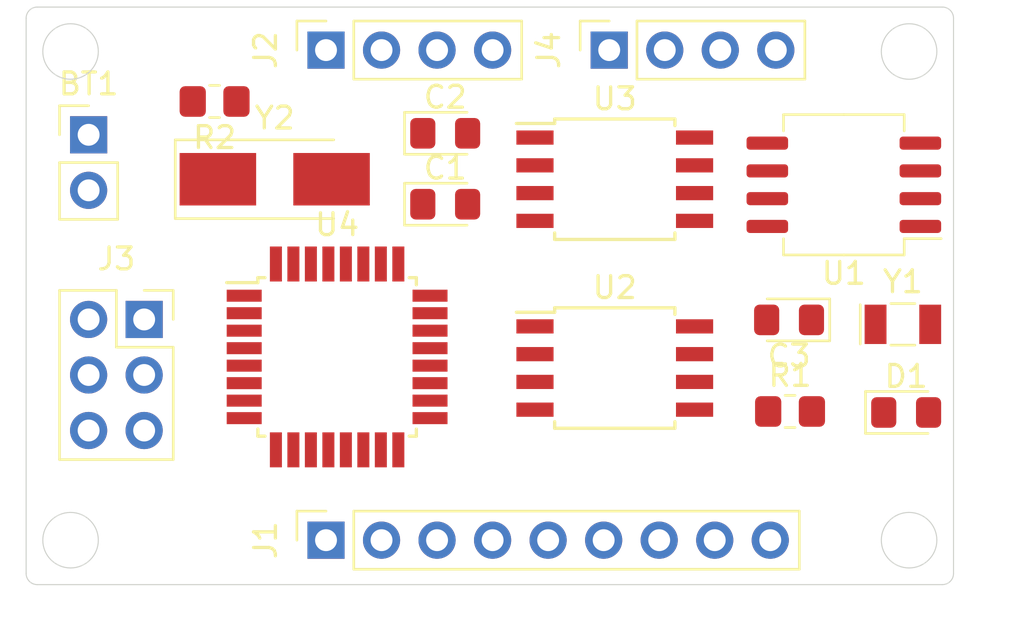
<source format=kicad_pcb>
(kicad_pcb (version 20171130) (host pcbnew "(5.1.9)-1")

  (general
    (thickness 1.6)
    (drawings 12)
    (tracks 0)
    (zones 0)
    (modules 17)
    (nets 32)
  )

  (page A4)
  (title_block
    (title "Battery-Powered Arduino Clone with Clock and Extended EEPROM")
    (date 2022-01-03)
    (rev 1)
    (comment 1 "Designed by Michael Ly")
    (comment 2 github.com/Michael-Q-Ly)
  )

  (layers
    (0 F.Cu signal)
    (31 B.Cu mixed)
    (32 B.Adhes user)
    (33 F.Adhes user)
    (34 B.Paste user)
    (35 F.Paste user)
    (36 B.SilkS user)
    (37 F.SilkS user)
    (38 B.Mask user)
    (39 F.Mask user)
    (40 Dwgs.User user)
    (41 Cmts.User user)
    (42 Eco1.User user)
    (43 Eco2.User user)
    (44 Edge.Cuts user)
    (45 Margin user)
    (46 B.CrtYd user)
    (47 F.CrtYd user)
    (48 B.Fab user)
    (49 F.Fab user)
  )

  (setup
    (last_trace_width 0.25)
    (user_trace_width 0.3)
    (trace_clearance 0.2)
    (zone_clearance 0.508)
    (zone_45_only no)
    (trace_min 0.2)
    (via_size 0.8)
    (via_drill 0.4)
    (via_min_size 0.4)
    (via_min_drill 0.3)
    (user_via 1 0.6)
    (uvia_size 0.3)
    (uvia_drill 0.1)
    (uvias_allowed no)
    (uvia_min_size 0.2)
    (uvia_min_drill 0.1)
    (edge_width 0.05)
    (segment_width 0.2)
    (pcb_text_width 0.3)
    (pcb_text_size 1.5 1.5)
    (mod_edge_width 0.12)
    (mod_text_size 1 1)
    (mod_text_width 0.15)
    (pad_size 1.524 1.524)
    (pad_drill 0.762)
    (pad_to_mask_clearance 0)
    (aux_axis_origin 0 0)
    (visible_elements 7FFFFFFF)
    (pcbplotparams
      (layerselection 0x010fc_ffffffff)
      (usegerberextensions false)
      (usegerberattributes true)
      (usegerberadvancedattributes true)
      (creategerberjobfile true)
      (excludeedgelayer true)
      (linewidth 0.100000)
      (plotframeref false)
      (viasonmask false)
      (mode 1)
      (useauxorigin false)
      (hpglpennumber 1)
      (hpglpenspeed 20)
      (hpglpendiameter 15.000000)
      (psnegative false)
      (psa4output false)
      (plotreference true)
      (plotvalue true)
      (plotinvisibletext false)
      (padsonsilk false)
      (subtractmaskfromsilk false)
      (outputformat 1)
      (mirror false)
      (drillshape 1)
      (scaleselection 1)
      (outputdirectory ""))
  )

  (net 0 "")
  (net 1 GNDPWR)
  (net 2 "Net-(C1-Pad1)")
  (net 3 "Net-(C2-Pad1)")
  (net 4 "Net-(D1-Pad1)")
  (net 5 "Net-(D1-Pad2)")
  (net 6 /D2)
  (net 7 /D3)
  (net 8 /D4)
  (net 9 /D5)
  (net 10 /D6)
  (net 11 /D7)
  (net 12 /D8)
  (net 13 /TX)
  (net 14 /RX)
  (net 15 /CIPO)
  (net 16 /SCK)
  (net 17 /COPI)
  (net 18 /RESET)
  (net 19 /SDA)
  (net 20 "Net-(U1-Pad1)")
  (net 21 "Net-(U1-Pad2)")
  (net 22 "Net-(U1-Pad7)")
  (net 23 /ADDR2)
  (net 24 /ADDR1)
  (net 25 "Net-(U4-Pad13)")
  (net 26 "Net-(U4-Pad14)")
  (net 27 "Net-(U4-Pad19)")
  (net 28 "Net-(U4-Pad22)")
  (net 29 "Net-(U4-Pad25)")
  (net 30 "Net-(U4-Pad28)")
  (net 31 /Vcc)

  (net_class Default "This is the default net class."
    (clearance 0.2)
    (trace_width 0.25)
    (via_dia 0.8)
    (via_drill 0.4)
    (uvia_dia 0.3)
    (uvia_drill 0.1)
    (add_net /ADDR1)
    (add_net /ADDR2)
    (add_net /CIPO)
    (add_net /COPI)
    (add_net /D2)
    (add_net /D3)
    (add_net /D4)
    (add_net /D5)
    (add_net /D6)
    (add_net /D7)
    (add_net /D8)
    (add_net /RESET)
    (add_net /RX)
    (add_net /SCK)
    (add_net /SDA)
    (add_net /TX)
    (add_net "Net-(C1-Pad1)")
    (add_net "Net-(C2-Pad1)")
    (add_net "Net-(D1-Pad1)")
    (add_net "Net-(D1-Pad2)")
    (add_net "Net-(U1-Pad1)")
    (add_net "Net-(U1-Pad2)")
    (add_net "Net-(U1-Pad7)")
    (add_net "Net-(U4-Pad13)")
    (add_net "Net-(U4-Pad14)")
    (add_net "Net-(U4-Pad19)")
    (add_net "Net-(U4-Pad22)")
    (add_net "Net-(U4-Pad25)")
    (add_net "Net-(U4-Pad28)")
  )

  (net_class PWR ""
    (clearance 0.2)
    (trace_width 0.3)
    (via_dia 1)
    (via_drill 0.6)
    (uvia_dia 0.3)
    (uvia_drill 0.1)
    (add_net /Vcc)
    (add_net GNDPWR)
  )

  (module Connector_PinHeader_2.54mm:PinHeader_1x02_P2.54mm_Vertical (layer F.Cu) (tedit 59FED5CC) (tstamp 61D3E7F2)
    (at 205.55 107.696)
    (descr "Through hole straight pin header, 1x02, 2.54mm pitch, single row")
    (tags "Through hole pin header THT 1x02 2.54mm single row")
    (path /61D22E5D)
    (fp_text reference BT1 (at 0 -2.33) (layer F.SilkS)
      (effects (font (size 1 1) (thickness 0.15)))
    )
    (fp_text value "Battery 3V" (at 0 4.87) (layer F.Fab)
      (effects (font (size 1 1) (thickness 0.15)))
    )
    (fp_line (start -0.635 -1.27) (end 1.27 -1.27) (layer F.Fab) (width 0.1))
    (fp_line (start 1.27 -1.27) (end 1.27 3.81) (layer F.Fab) (width 0.1))
    (fp_line (start 1.27 3.81) (end -1.27 3.81) (layer F.Fab) (width 0.1))
    (fp_line (start -1.27 3.81) (end -1.27 -0.635) (layer F.Fab) (width 0.1))
    (fp_line (start -1.27 -0.635) (end -0.635 -1.27) (layer F.Fab) (width 0.1))
    (fp_line (start -1.33 3.87) (end 1.33 3.87) (layer F.SilkS) (width 0.12))
    (fp_line (start -1.33 1.27) (end -1.33 3.87) (layer F.SilkS) (width 0.12))
    (fp_line (start 1.33 1.27) (end 1.33 3.87) (layer F.SilkS) (width 0.12))
    (fp_line (start -1.33 1.27) (end 1.33 1.27) (layer F.SilkS) (width 0.12))
    (fp_line (start -1.33 0) (end -1.33 -1.33) (layer F.SilkS) (width 0.12))
    (fp_line (start -1.33 -1.33) (end 0 -1.33) (layer F.SilkS) (width 0.12))
    (fp_line (start -1.8 -1.8) (end -1.8 4.35) (layer F.CrtYd) (width 0.05))
    (fp_line (start -1.8 4.35) (end 1.8 4.35) (layer F.CrtYd) (width 0.05))
    (fp_line (start 1.8 4.35) (end 1.8 -1.8) (layer F.CrtYd) (width 0.05))
    (fp_line (start 1.8 -1.8) (end -1.8 -1.8) (layer F.CrtYd) (width 0.05))
    (fp_text user %R (at 0 1.27 90) (layer F.Fab)
      (effects (font (size 1 1) (thickness 0.15)))
    )
    (pad 1 thru_hole rect (at 0 0) (size 1.7 1.7) (drill 1) (layers *.Cu *.Mask)
      (net 31 /Vcc))
    (pad 2 thru_hole oval (at 0 2.54) (size 1.7 1.7) (drill 1) (layers *.Cu *.Mask)
      (net 1 GNDPWR))
    (model ${KISYS3DMOD}/Connector_PinHeader_2.54mm.3dshapes/PinHeader_1x02_P2.54mm_Vertical.wrl
      (at (xyz 0 0 0))
      (scale (xyz 1 1 1))
      (rotate (xyz 0 0 0))
    )
  )

  (module Diode_SMD:D_0805_2012Metric_Pad1.15x1.40mm_HandSolder (layer F.Cu) (tedit 5F68FEF0) (tstamp 61D399B3)
    (at 221.86 110.871)
    (descr "Diode SMD 0805 (2012 Metric), square (rectangular) end terminal, IPC_7351 nominal, (Body size source: https://docs.google.com/spreadsheets/d/1BsfQQcO9C6DZCsRaXUlFlo91Tg2WpOkGARC1WS5S8t0/edit?usp=sharing), generated with kicad-footprint-generator")
    (tags "diode handsolder")
    (path /61D244B0)
    (attr smd)
    (fp_text reference C1 (at 0 -1.65) (layer F.SilkS)
      (effects (font (size 1 1) (thickness 0.15)))
    )
    (fp_text value 22pF (at 0 1.65) (layer F.Fab)
      (effects (font (size 1 1) (thickness 0.15)))
    )
    (fp_line (start 1 -0.6) (end -0.7 -0.6) (layer F.Fab) (width 0.1))
    (fp_line (start -0.7 -0.6) (end -1 -0.3) (layer F.Fab) (width 0.1))
    (fp_line (start -1 -0.3) (end -1 0.6) (layer F.Fab) (width 0.1))
    (fp_line (start -1 0.6) (end 1 0.6) (layer F.Fab) (width 0.1))
    (fp_line (start 1 0.6) (end 1 -0.6) (layer F.Fab) (width 0.1))
    (fp_line (start 1 -0.96) (end -1.86 -0.96) (layer F.SilkS) (width 0.12))
    (fp_line (start -1.86 -0.96) (end -1.86 0.96) (layer F.SilkS) (width 0.12))
    (fp_line (start -1.86 0.96) (end 1 0.96) (layer F.SilkS) (width 0.12))
    (fp_line (start -1.85 0.95) (end -1.85 -0.95) (layer F.CrtYd) (width 0.05))
    (fp_line (start -1.85 -0.95) (end 1.85 -0.95) (layer F.CrtYd) (width 0.05))
    (fp_line (start 1.85 -0.95) (end 1.85 0.95) (layer F.CrtYd) (width 0.05))
    (fp_line (start 1.85 0.95) (end -1.85 0.95) (layer F.CrtYd) (width 0.05))
    (fp_text user %R (at 0 0) (layer F.Fab)
      (effects (font (size 0.5 0.5) (thickness 0.08)))
    )
    (pad 1 smd roundrect (at -1.025 0) (size 1.15 1.4) (layers F.Cu F.Paste F.Mask) (roundrect_rratio 0.217391)
      (net 2 "Net-(C1-Pad1)"))
    (pad 2 smd roundrect (at 1.025 0) (size 1.15 1.4) (layers F.Cu F.Paste F.Mask) (roundrect_rratio 0.217391)
      (net 1 GNDPWR))
    (model ${KISYS3DMOD}/Diode_SMD.3dshapes/D_0805_2012Metric.wrl
      (at (xyz 0 0 0))
      (scale (xyz 1 1 1))
      (rotate (xyz 0 0 0))
    )
  )

  (module Diode_SMD:D_0805_2012Metric_Pad1.15x1.40mm_HandSolder (layer F.Cu) (tedit 5F68FEF0) (tstamp 61D399C6)
    (at 221.86 107.627)
    (descr "Diode SMD 0805 (2012 Metric), square (rectangular) end terminal, IPC_7351 nominal, (Body size source: https://docs.google.com/spreadsheets/d/1BsfQQcO9C6DZCsRaXUlFlo91Tg2WpOkGARC1WS5S8t0/edit?usp=sharing), generated with kicad-footprint-generator")
    (tags "diode handsolder")
    (path /61D24B04)
    (attr smd)
    (fp_text reference C2 (at 0 -1.65) (layer F.SilkS)
      (effects (font (size 1 1) (thickness 0.15)))
    )
    (fp_text value 22pF (at 0 1.65) (layer F.Fab)
      (effects (font (size 1 1) (thickness 0.15)))
    )
    (fp_line (start 1.85 0.95) (end -1.85 0.95) (layer F.CrtYd) (width 0.05))
    (fp_line (start 1.85 -0.95) (end 1.85 0.95) (layer F.CrtYd) (width 0.05))
    (fp_line (start -1.85 -0.95) (end 1.85 -0.95) (layer F.CrtYd) (width 0.05))
    (fp_line (start -1.85 0.95) (end -1.85 -0.95) (layer F.CrtYd) (width 0.05))
    (fp_line (start -1.86 0.96) (end 1 0.96) (layer F.SilkS) (width 0.12))
    (fp_line (start -1.86 -0.96) (end -1.86 0.96) (layer F.SilkS) (width 0.12))
    (fp_line (start 1 -0.96) (end -1.86 -0.96) (layer F.SilkS) (width 0.12))
    (fp_line (start 1 0.6) (end 1 -0.6) (layer F.Fab) (width 0.1))
    (fp_line (start -1 0.6) (end 1 0.6) (layer F.Fab) (width 0.1))
    (fp_line (start -1 -0.3) (end -1 0.6) (layer F.Fab) (width 0.1))
    (fp_line (start -0.7 -0.6) (end -1 -0.3) (layer F.Fab) (width 0.1))
    (fp_line (start 1 -0.6) (end -0.7 -0.6) (layer F.Fab) (width 0.1))
    (fp_text user %R (at 0 0) (layer F.Fab)
      (effects (font (size 0.5 0.5) (thickness 0.08)))
    )
    (pad 2 smd roundrect (at 1.025 0) (size 1.15 1.4) (layers F.Cu F.Paste F.Mask) (roundrect_rratio 0.217391)
      (net 1 GNDPWR))
    (pad 1 smd roundrect (at -1.025 0) (size 1.15 1.4) (layers F.Cu F.Paste F.Mask) (roundrect_rratio 0.217391)
      (net 3 "Net-(C2-Pad1)"))
    (model ${KISYS3DMOD}/Diode_SMD.3dshapes/D_0805_2012Metric.wrl
      (at (xyz 0 0 0))
      (scale (xyz 1 1 1))
      (rotate (xyz 0 0 0))
    )
  )

  (module Diode_SMD:D_0805_2012Metric_Pad1.15x1.40mm_HandSolder (layer F.Cu) (tedit 5F68FEF0) (tstamp 61D4AD70)
    (at 237.588 116.162 180)
    (descr "Diode SMD 0805 (2012 Metric), square (rectangular) end terminal, IPC_7351 nominal, (Body size source: https://docs.google.com/spreadsheets/d/1BsfQQcO9C6DZCsRaXUlFlo91Tg2WpOkGARC1WS5S8t0/edit?usp=sharing), generated with kicad-footprint-generator")
    (tags "diode handsolder")
    (path /61D25462)
    (attr smd)
    (fp_text reference C3 (at 0 -1.65) (layer F.SilkS)
      (effects (font (size 1 1) (thickness 0.15)))
    )
    (fp_text value 10uF (at 0 1.65) (layer F.Fab)
      (effects (font (size 1 1) (thickness 0.15)))
    )
    (fp_line (start 1 -0.6) (end -0.7 -0.6) (layer F.Fab) (width 0.1))
    (fp_line (start -0.7 -0.6) (end -1 -0.3) (layer F.Fab) (width 0.1))
    (fp_line (start -1 -0.3) (end -1 0.6) (layer F.Fab) (width 0.1))
    (fp_line (start -1 0.6) (end 1 0.6) (layer F.Fab) (width 0.1))
    (fp_line (start 1 0.6) (end 1 -0.6) (layer F.Fab) (width 0.1))
    (fp_line (start 1 -0.96) (end -1.86 -0.96) (layer F.SilkS) (width 0.12))
    (fp_line (start -1.86 -0.96) (end -1.86 0.96) (layer F.SilkS) (width 0.12))
    (fp_line (start -1.86 0.96) (end 1 0.96) (layer F.SilkS) (width 0.12))
    (fp_line (start -1.85 0.95) (end -1.85 -0.95) (layer F.CrtYd) (width 0.05))
    (fp_line (start -1.85 -0.95) (end 1.85 -0.95) (layer F.CrtYd) (width 0.05))
    (fp_line (start 1.85 -0.95) (end 1.85 0.95) (layer F.CrtYd) (width 0.05))
    (fp_line (start 1.85 0.95) (end -1.85 0.95) (layer F.CrtYd) (width 0.05))
    (fp_text user %R (at 0 0) (layer F.Fab)
      (effects (font (size 0.5 0.5) (thickness 0.08)))
    )
    (pad 1 smd roundrect (at -1.025 0 180) (size 1.15 1.4) (layers F.Cu F.Paste F.Mask) (roundrect_rratio 0.217391)
      (net 31 /Vcc))
    (pad 2 smd roundrect (at 1.025 0 180) (size 1.15 1.4) (layers F.Cu F.Paste F.Mask) (roundrect_rratio 0.217391)
      (net 1 GNDPWR))
    (model ${KISYS3DMOD}/Diode_SMD.3dshapes/D_0805_2012Metric.wrl
      (at (xyz 0 0 0))
      (scale (xyz 1 1 1))
      (rotate (xyz 0 0 0))
    )
  )

  (module LED_SMD:LED_0805_2012Metric_Pad1.15x1.40mm_HandSolder (layer F.Cu) (tedit 5F68FEF1) (tstamp 61D46B4D)
    (at 242.944 120.396)
    (descr "LED SMD 0805 (2012 Metric), square (rectangular) end terminal, IPC_7351 nominal, (Body size source: https://docs.google.com/spreadsheets/d/1BsfQQcO9C6DZCsRaXUlFlo91Tg2WpOkGARC1WS5S8t0/edit?usp=sharing), generated with kicad-footprint-generator")
    (tags "LED handsolder")
    (path /61D23F53)
    (attr smd)
    (fp_text reference D1 (at 0 -1.65) (layer F.SilkS)
      (effects (font (size 1 1) (thickness 0.15)))
    )
    (fp_text value LED (at 0 1.65) (layer F.Fab)
      (effects (font (size 1 1) (thickness 0.15)))
    )
    (fp_line (start 1 -0.6) (end -0.7 -0.6) (layer F.Fab) (width 0.1))
    (fp_line (start -0.7 -0.6) (end -1 -0.3) (layer F.Fab) (width 0.1))
    (fp_line (start -1 -0.3) (end -1 0.6) (layer F.Fab) (width 0.1))
    (fp_line (start -1 0.6) (end 1 0.6) (layer F.Fab) (width 0.1))
    (fp_line (start 1 0.6) (end 1 -0.6) (layer F.Fab) (width 0.1))
    (fp_line (start 1 -0.96) (end -1.86 -0.96) (layer F.SilkS) (width 0.12))
    (fp_line (start -1.86 -0.96) (end -1.86 0.96) (layer F.SilkS) (width 0.12))
    (fp_line (start -1.86 0.96) (end 1 0.96) (layer F.SilkS) (width 0.12))
    (fp_line (start -1.85 0.95) (end -1.85 -0.95) (layer F.CrtYd) (width 0.05))
    (fp_line (start -1.85 -0.95) (end 1.85 -0.95) (layer F.CrtYd) (width 0.05))
    (fp_line (start 1.85 -0.95) (end 1.85 0.95) (layer F.CrtYd) (width 0.05))
    (fp_line (start 1.85 0.95) (end -1.85 0.95) (layer F.CrtYd) (width 0.05))
    (fp_text user %R (at 0 0) (layer F.Fab)
      (effects (font (size 0.5 0.5) (thickness 0.08)))
    )
    (pad 1 smd roundrect (at -1.025 0) (size 1.15 1.4) (layers F.Cu F.Paste F.Mask) (roundrect_rratio 0.217391)
      (net 4 "Net-(D1-Pad1)"))
    (pad 2 smd roundrect (at 1.025 0) (size 1.15 1.4) (layers F.Cu F.Paste F.Mask) (roundrect_rratio 0.217391)
      (net 5 "Net-(D1-Pad2)"))
    (model ${KISYS3DMOD}/LED_SMD.3dshapes/LED_0805_2012Metric.wrl
      (at (xyz 0 0 0))
      (scale (xyz 1 1 1))
      (rotate (xyz 0 0 0))
    )
  )

  (module Connector_PinSocket_2.54mm:PinSocket_1x09_P2.54mm_Vertical (layer F.Cu) (tedit 5A19A431) (tstamp 61D3A22C)
    (at 216.408 126.238 90)
    (descr "Through hole straight socket strip, 1x09, 2.54mm pitch, single row (from Kicad 4.0.7), script generated")
    (tags "Through hole socket strip THT 1x09 2.54mm single row")
    (path /61D27AD2/61D286F6)
    (fp_text reference J1 (at 0 -2.77 90) (layer F.SilkS)
      (effects (font (size 1 1) (thickness 0.15)))
    )
    (fp_text value "Digital Pins" (at 0 23.09 90) (layer F.Fab)
      (effects (font (size 1 1) (thickness 0.15)))
    )
    (fp_line (start -1.27 -1.27) (end 0.635 -1.27) (layer F.Fab) (width 0.1))
    (fp_line (start 0.635 -1.27) (end 1.27 -0.635) (layer F.Fab) (width 0.1))
    (fp_line (start 1.27 -0.635) (end 1.27 21.59) (layer F.Fab) (width 0.1))
    (fp_line (start 1.27 21.59) (end -1.27 21.59) (layer F.Fab) (width 0.1))
    (fp_line (start -1.27 21.59) (end -1.27 -1.27) (layer F.Fab) (width 0.1))
    (fp_line (start -1.33 1.27) (end 1.33 1.27) (layer F.SilkS) (width 0.12))
    (fp_line (start -1.33 1.27) (end -1.33 21.65) (layer F.SilkS) (width 0.12))
    (fp_line (start -1.33 21.65) (end 1.33 21.65) (layer F.SilkS) (width 0.12))
    (fp_line (start 1.33 1.27) (end 1.33 21.65) (layer F.SilkS) (width 0.12))
    (fp_line (start 1.33 -1.33) (end 1.33 0) (layer F.SilkS) (width 0.12))
    (fp_line (start 0 -1.33) (end 1.33 -1.33) (layer F.SilkS) (width 0.12))
    (fp_line (start -1.8 -1.8) (end 1.75 -1.8) (layer F.CrtYd) (width 0.05))
    (fp_line (start 1.75 -1.8) (end 1.75 22.1) (layer F.CrtYd) (width 0.05))
    (fp_line (start 1.75 22.1) (end -1.8 22.1) (layer F.CrtYd) (width 0.05))
    (fp_line (start -1.8 22.1) (end -1.8 -1.8) (layer F.CrtYd) (width 0.05))
    (fp_text user %R (at 0 10.16) (layer F.Fab)
      (effects (font (size 1 1) (thickness 0.15)))
    )
    (pad 1 thru_hole rect (at 0 0 90) (size 1.7 1.7) (drill 1) (layers *.Cu *.Mask)
      (net 6 /D2))
    (pad 2 thru_hole oval (at 0 2.54 90) (size 1.7 1.7) (drill 1) (layers *.Cu *.Mask)
      (net 7 /D3))
    (pad 3 thru_hole oval (at 0 5.08 90) (size 1.7 1.7) (drill 1) (layers *.Cu *.Mask)
      (net 8 /D4))
    (pad 4 thru_hole oval (at 0 7.62 90) (size 1.7 1.7) (drill 1) (layers *.Cu *.Mask)
      (net 9 /D5))
    (pad 5 thru_hole oval (at 0 10.16 90) (size 1.7 1.7) (drill 1) (layers *.Cu *.Mask)
      (net 10 /D6))
    (pad 6 thru_hole oval (at 0 12.7 90) (size 1.7 1.7) (drill 1) (layers *.Cu *.Mask)
      (net 11 /D7))
    (pad 7 thru_hole oval (at 0 15.24 90) (size 1.7 1.7) (drill 1) (layers *.Cu *.Mask)
      (net 12 /D8))
    (pad 8 thru_hole oval (at 0 17.78 90) (size 1.7 1.7) (drill 1) (layers *.Cu *.Mask)
      (net 1 GNDPWR))
    (pad 9 thru_hole oval (at 0 20.32 90) (size 1.7 1.7) (drill 1) (layers *.Cu *.Mask)
      (net 31 /Vcc))
    (model ${KISYS3DMOD}/Connector_PinSocket_2.54mm.3dshapes/PinSocket_1x09_P2.54mm_Vertical.wrl
      (at (xyz 0 0 0))
      (scale (xyz 1 1 1))
      (rotate (xyz 0 0 0))
    )
  )

  (module Connector_PinSocket_2.54mm:PinSocket_1x04_P2.54mm_Vertical (layer F.Cu) (tedit 5A19A429) (tstamp 61D3E724)
    (at 216.408 103.822 90)
    (descr "Through hole straight socket strip, 1x04, 2.54mm pitch, single row (from Kicad 4.0.7), script generated")
    (tags "Through hole socket strip THT 1x04 2.54mm single row")
    (path /61D27AD2/61D2A1E4)
    (fp_text reference J2 (at 0 -2.77 90) (layer F.SilkS)
      (effects (font (size 1 1) (thickness 0.15)))
    )
    (fp_text value Serial (at 0 10.39 90) (layer F.Fab)
      (effects (font (size 1 1) (thickness 0.15)))
    )
    (fp_line (start -1.8 9.4) (end -1.8 -1.8) (layer F.CrtYd) (width 0.05))
    (fp_line (start 1.75 9.4) (end -1.8 9.4) (layer F.CrtYd) (width 0.05))
    (fp_line (start 1.75 -1.8) (end 1.75 9.4) (layer F.CrtYd) (width 0.05))
    (fp_line (start -1.8 -1.8) (end 1.75 -1.8) (layer F.CrtYd) (width 0.05))
    (fp_line (start 0 -1.33) (end 1.33 -1.33) (layer F.SilkS) (width 0.12))
    (fp_line (start 1.33 -1.33) (end 1.33 0) (layer F.SilkS) (width 0.12))
    (fp_line (start 1.33 1.27) (end 1.33 8.95) (layer F.SilkS) (width 0.12))
    (fp_line (start -1.33 8.95) (end 1.33 8.95) (layer F.SilkS) (width 0.12))
    (fp_line (start -1.33 1.27) (end -1.33 8.95) (layer F.SilkS) (width 0.12))
    (fp_line (start -1.33 1.27) (end 1.33 1.27) (layer F.SilkS) (width 0.12))
    (fp_line (start -1.27 8.89) (end -1.27 -1.27) (layer F.Fab) (width 0.1))
    (fp_line (start 1.27 8.89) (end -1.27 8.89) (layer F.Fab) (width 0.1))
    (fp_line (start 1.27 -0.635) (end 1.27 8.89) (layer F.Fab) (width 0.1))
    (fp_line (start 0.635 -1.27) (end 1.27 -0.635) (layer F.Fab) (width 0.1))
    (fp_line (start -1.27 -1.27) (end 0.635 -1.27) (layer F.Fab) (width 0.1))
    (fp_text user %R (at 0 3.81) (layer F.Fab)
      (effects (font (size 1 1) (thickness 0.15)))
    )
    (pad 4 thru_hole oval (at 0 7.62 90) (size 1.7 1.7) (drill 1) (layers *.Cu *.Mask)
      (net 13 /TX))
    (pad 3 thru_hole oval (at 0 5.08 90) (size 1.7 1.7) (drill 1) (layers *.Cu *.Mask)
      (net 14 /RX))
    (pad 2 thru_hole oval (at 0 2.54 90) (size 1.7 1.7) (drill 1) (layers *.Cu *.Mask)
      (net 31 /Vcc))
    (pad 1 thru_hole rect (at 0 0 90) (size 1.7 1.7) (drill 1) (layers *.Cu *.Mask)
      (net 1 GNDPWR))
    (model ${KISYS3DMOD}/Connector_PinSocket_2.54mm.3dshapes/PinSocket_1x04_P2.54mm_Vertical.wrl
      (at (xyz 0 0 0))
      (scale (xyz 1 1 1))
      (rotate (xyz 0 0 0))
    )
  )

  (module Connector_PinSocket_2.54mm:PinSocket_2x03_P2.54mm_Vertical (layer F.Cu) (tedit 5A19A425) (tstamp 61D3E837)
    (at 208.09 116.142)
    (descr "Through hole straight socket strip, 2x03, 2.54mm pitch, double cols (from Kicad 4.0.7), script generated")
    (tags "Through hole socket strip THT 2x03 2.54mm double row")
    (path /61D27AD2/61D2AF15)
    (fp_text reference J3 (at -1.27 -2.77) (layer F.SilkS)
      (effects (font (size 1 1) (thickness 0.15)))
    )
    (fp_text value ICSP (at -1.27 7.85) (layer F.Fab)
      (effects (font (size 1 1) (thickness 0.15)))
    )
    (fp_line (start -3.81 -1.27) (end 0.27 -1.27) (layer F.Fab) (width 0.1))
    (fp_line (start 0.27 -1.27) (end 1.27 -0.27) (layer F.Fab) (width 0.1))
    (fp_line (start 1.27 -0.27) (end 1.27 6.35) (layer F.Fab) (width 0.1))
    (fp_line (start 1.27 6.35) (end -3.81 6.35) (layer F.Fab) (width 0.1))
    (fp_line (start -3.81 6.35) (end -3.81 -1.27) (layer F.Fab) (width 0.1))
    (fp_line (start -3.87 -1.33) (end -1.27 -1.33) (layer F.SilkS) (width 0.12))
    (fp_line (start -3.87 -1.33) (end -3.87 6.41) (layer F.SilkS) (width 0.12))
    (fp_line (start -3.87 6.41) (end 1.33 6.41) (layer F.SilkS) (width 0.12))
    (fp_line (start 1.33 1.27) (end 1.33 6.41) (layer F.SilkS) (width 0.12))
    (fp_line (start -1.27 1.27) (end 1.33 1.27) (layer F.SilkS) (width 0.12))
    (fp_line (start -1.27 -1.33) (end -1.27 1.27) (layer F.SilkS) (width 0.12))
    (fp_line (start 1.33 -1.33) (end 1.33 0) (layer F.SilkS) (width 0.12))
    (fp_line (start 0 -1.33) (end 1.33 -1.33) (layer F.SilkS) (width 0.12))
    (fp_line (start -4.34 -1.8) (end 1.76 -1.8) (layer F.CrtYd) (width 0.05))
    (fp_line (start 1.76 -1.8) (end 1.76 6.85) (layer F.CrtYd) (width 0.05))
    (fp_line (start 1.76 6.85) (end -4.34 6.85) (layer F.CrtYd) (width 0.05))
    (fp_line (start -4.34 6.85) (end -4.34 -1.8) (layer F.CrtYd) (width 0.05))
    (fp_text user %R (at -1.27 2.54 90) (layer F.Fab)
      (effects (font (size 1 1) (thickness 0.15)))
    )
    (pad 1 thru_hole rect (at 0 0) (size 1.7 1.7) (drill 1) (layers *.Cu *.Mask)
      (net 15 /CIPO))
    (pad 2 thru_hole oval (at -2.54 0) (size 1.7 1.7) (drill 1) (layers *.Cu *.Mask)
      (net 31 /Vcc))
    (pad 3 thru_hole oval (at 0 2.54) (size 1.7 1.7) (drill 1) (layers *.Cu *.Mask)
      (net 16 /SCK))
    (pad 4 thru_hole oval (at -2.54 2.54) (size 1.7 1.7) (drill 1) (layers *.Cu *.Mask)
      (net 17 /COPI))
    (pad 5 thru_hole oval (at 0 5.08) (size 1.7 1.7) (drill 1) (layers *.Cu *.Mask)
      (net 18 /RESET))
    (pad 6 thru_hole oval (at -2.54 5.08) (size 1.7 1.7) (drill 1) (layers *.Cu *.Mask)
      (net 1 GNDPWR))
    (model ${KISYS3DMOD}/Connector_PinSocket_2.54mm.3dshapes/PinSocket_2x03_P2.54mm_Vertical.wrl
      (at (xyz 0 0 0))
      (scale (xyz 1 1 1))
      (rotate (xyz 0 0 0))
    )
  )

  (module Connector_PinSocket_2.54mm:PinSocket_1x04_P2.54mm_Vertical (layer F.Cu) (tedit 5A19A429) (tstamp 61D3E6DF)
    (at 229.362 103.822 90)
    (descr "Through hole straight socket strip, 1x04, 2.54mm pitch, single row (from Kicad 4.0.7), script generated")
    (tags "Through hole socket strip THT 1x04 2.54mm single row")
    (path /61D27AD2/61D2B784)
    (fp_text reference J4 (at 0 -2.77 90) (layer F.SilkS)
      (effects (font (size 1 1) (thickness 0.15)))
    )
    (fp_text value I2C (at 0 10.39 90) (layer F.Fab)
      (effects (font (size 1 1) (thickness 0.15)))
    )
    (fp_line (start -1.27 -1.27) (end 0.635 -1.27) (layer F.Fab) (width 0.1))
    (fp_line (start 0.635 -1.27) (end 1.27 -0.635) (layer F.Fab) (width 0.1))
    (fp_line (start 1.27 -0.635) (end 1.27 8.89) (layer F.Fab) (width 0.1))
    (fp_line (start 1.27 8.89) (end -1.27 8.89) (layer F.Fab) (width 0.1))
    (fp_line (start -1.27 8.89) (end -1.27 -1.27) (layer F.Fab) (width 0.1))
    (fp_line (start -1.33 1.27) (end 1.33 1.27) (layer F.SilkS) (width 0.12))
    (fp_line (start -1.33 1.27) (end -1.33 8.95) (layer F.SilkS) (width 0.12))
    (fp_line (start -1.33 8.95) (end 1.33 8.95) (layer F.SilkS) (width 0.12))
    (fp_line (start 1.33 1.27) (end 1.33 8.95) (layer F.SilkS) (width 0.12))
    (fp_line (start 1.33 -1.33) (end 1.33 0) (layer F.SilkS) (width 0.12))
    (fp_line (start 0 -1.33) (end 1.33 -1.33) (layer F.SilkS) (width 0.12))
    (fp_line (start -1.8 -1.8) (end 1.75 -1.8) (layer F.CrtYd) (width 0.05))
    (fp_line (start 1.75 -1.8) (end 1.75 9.4) (layer F.CrtYd) (width 0.05))
    (fp_line (start 1.75 9.4) (end -1.8 9.4) (layer F.CrtYd) (width 0.05))
    (fp_line (start -1.8 9.4) (end -1.8 -1.8) (layer F.CrtYd) (width 0.05))
    (fp_text user %R (at 0 3.81) (layer F.Fab)
      (effects (font (size 1 1) (thickness 0.15)))
    )
    (pad 1 thru_hole rect (at 0 0 90) (size 1.7 1.7) (drill 1) (layers *.Cu *.Mask)
      (net 1 GNDPWR))
    (pad 2 thru_hole oval (at 0 2.54 90) (size 1.7 1.7) (drill 1) (layers *.Cu *.Mask)
      (net 31 /Vcc))
    (pad 3 thru_hole oval (at 0 5.08 90) (size 1.7 1.7) (drill 1) (layers *.Cu *.Mask)
      (net 19 /SDA))
    (pad 4 thru_hole oval (at 0 7.62 90) (size 1.7 1.7) (drill 1) (layers *.Cu *.Mask)
      (net 16 /SCK))
    (model ${KISYS3DMOD}/Connector_PinSocket_2.54mm.3dshapes/PinSocket_1x04_P2.54mm_Vertical.wrl
      (at (xyz 0 0 0))
      (scale (xyz 1 1 1))
      (rotate (xyz 0 0 0))
    )
  )

  (module Resistor_SMD:R_0805_2012Metric_Pad1.20x1.40mm_HandSolder (layer F.Cu) (tedit 5F68FEEE) (tstamp 61D46C11)
    (at 237.633 120.351)
    (descr "Resistor SMD 0805 (2012 Metric), square (rectangular) end terminal, IPC_7351 nominal with elongated pad for handsoldering. (Body size source: IPC-SM-782 page 72, https://www.pcb-3d.com/wordpress/wp-content/uploads/ipc-sm-782a_amendment_1_and_2.pdf), generated with kicad-footprint-generator")
    (tags "resistor handsolder")
    (path /61D25BF7)
    (attr smd)
    (fp_text reference R1 (at 0 -1.65) (layer F.SilkS)
      (effects (font (size 1 1) (thickness 0.15)))
    )
    (fp_text value 330Ohm (at 0 1.65) (layer F.Fab)
      (effects (font (size 1 1) (thickness 0.15)))
    )
    (fp_line (start -1 0.625) (end -1 -0.625) (layer F.Fab) (width 0.1))
    (fp_line (start -1 -0.625) (end 1 -0.625) (layer F.Fab) (width 0.1))
    (fp_line (start 1 -0.625) (end 1 0.625) (layer F.Fab) (width 0.1))
    (fp_line (start 1 0.625) (end -1 0.625) (layer F.Fab) (width 0.1))
    (fp_line (start -0.227064 -0.735) (end 0.227064 -0.735) (layer F.SilkS) (width 0.12))
    (fp_line (start -0.227064 0.735) (end 0.227064 0.735) (layer F.SilkS) (width 0.12))
    (fp_line (start -1.85 0.95) (end -1.85 -0.95) (layer F.CrtYd) (width 0.05))
    (fp_line (start -1.85 -0.95) (end 1.85 -0.95) (layer F.CrtYd) (width 0.05))
    (fp_line (start 1.85 -0.95) (end 1.85 0.95) (layer F.CrtYd) (width 0.05))
    (fp_line (start 1.85 0.95) (end -1.85 0.95) (layer F.CrtYd) (width 0.05))
    (fp_text user %R (at 0 0) (layer F.Fab)
      (effects (font (size 0.5 0.5) (thickness 0.08)))
    )
    (pad 1 smd roundrect (at -1 0) (size 1.2 1.4) (layers F.Cu F.Paste F.Mask) (roundrect_rratio 0.208333)
      (net 4 "Net-(D1-Pad1)"))
    (pad 2 smd roundrect (at 1 0) (size 1.2 1.4) (layers F.Cu F.Paste F.Mask) (roundrect_rratio 0.208333)
      (net 1 GNDPWR))
    (model ${KISYS3DMOD}/Resistor_SMD.3dshapes/R_0805_2012Metric.wrl
      (at (xyz 0 0 0))
      (scale (xyz 1 1 1))
      (rotate (xyz 0 0 0))
    )
  )

  (module Resistor_SMD:R_0805_2012Metric_Pad1.20x1.40mm_HandSolder (layer F.Cu) (tedit 5F68FEEE) (tstamp 61D39A77)
    (at 211.312 106.172 180)
    (descr "Resistor SMD 0805 (2012 Metric), square (rectangular) end terminal, IPC_7351 nominal with elongated pad for handsoldering. (Body size source: IPC-SM-782 page 72, https://www.pcb-3d.com/wordpress/wp-content/uploads/ipc-sm-782a_amendment_1_and_2.pdf), generated with kicad-footprint-generator")
    (tags "resistor handsolder")
    (path /61D26130)
    (attr smd)
    (fp_text reference R2 (at 0 -1.65) (layer F.SilkS)
      (effects (font (size 1 1) (thickness 0.15)))
    )
    (fp_text value 10kOhm (at 0 1.65) (layer F.Fab)
      (effects (font (size 1 1) (thickness 0.15)))
    )
    (fp_line (start 1.85 0.95) (end -1.85 0.95) (layer F.CrtYd) (width 0.05))
    (fp_line (start 1.85 -0.95) (end 1.85 0.95) (layer F.CrtYd) (width 0.05))
    (fp_line (start -1.85 -0.95) (end 1.85 -0.95) (layer F.CrtYd) (width 0.05))
    (fp_line (start -1.85 0.95) (end -1.85 -0.95) (layer F.CrtYd) (width 0.05))
    (fp_line (start -0.227064 0.735) (end 0.227064 0.735) (layer F.SilkS) (width 0.12))
    (fp_line (start -0.227064 -0.735) (end 0.227064 -0.735) (layer F.SilkS) (width 0.12))
    (fp_line (start 1 0.625) (end -1 0.625) (layer F.Fab) (width 0.1))
    (fp_line (start 1 -0.625) (end 1 0.625) (layer F.Fab) (width 0.1))
    (fp_line (start -1 -0.625) (end 1 -0.625) (layer F.Fab) (width 0.1))
    (fp_line (start -1 0.625) (end -1 -0.625) (layer F.Fab) (width 0.1))
    (fp_text user %R (at 0 0) (layer F.Fab)
      (effects (font (size 0.5 0.5) (thickness 0.08)))
    )
    (pad 2 smd roundrect (at 1 0 180) (size 1.2 1.4) (layers F.Cu F.Paste F.Mask) (roundrect_rratio 0.208333)
      (net 31 /Vcc))
    (pad 1 smd roundrect (at -1 0 180) (size 1.2 1.4) (layers F.Cu F.Paste F.Mask) (roundrect_rratio 0.208333)
      (net 18 /RESET))
    (model ${KISYS3DMOD}/Resistor_SMD.3dshapes/R_0805_2012Metric.wrl
      (at (xyz 0 0 0))
      (scale (xyz 1 1 1))
      (rotate (xyz 0 0 0))
    )
  )

  (module Package_SO:SO-8_5.3x6.2mm_P1.27mm (layer F.Cu) (tedit 5EA5315B) (tstamp 61D46BC5)
    (at 240.094 109.982 180)
    (descr "SO, 8 Pin (https://www.ti.com/lit/ml/msop001a/msop001a.pdf), generated with kicad-footprint-generator ipc_gullwing_generator.py")
    (tags "SO SO")
    (path /61D31649)
    (attr smd)
    (fp_text reference U1 (at 0 -4.05) (layer F.SilkS)
      (effects (font (size 1 1) (thickness 0.15)))
    )
    (fp_text value DS1337_MLv1 (at 0 4.05) (layer F.Fab)
      (effects (font (size 1 1) (thickness 0.15)))
    )
    (fp_line (start 0 3.21) (end 2.76 3.21) (layer F.SilkS) (width 0.12))
    (fp_line (start 2.76 3.21) (end 2.76 2.465) (layer F.SilkS) (width 0.12))
    (fp_line (start 0 3.21) (end -2.76 3.21) (layer F.SilkS) (width 0.12))
    (fp_line (start -2.76 3.21) (end -2.76 2.465) (layer F.SilkS) (width 0.12))
    (fp_line (start 0 -3.21) (end 2.76 -3.21) (layer F.SilkS) (width 0.12))
    (fp_line (start 2.76 -3.21) (end 2.76 -2.465) (layer F.SilkS) (width 0.12))
    (fp_line (start 0 -3.21) (end -2.76 -3.21) (layer F.SilkS) (width 0.12))
    (fp_line (start -2.76 -3.21) (end -2.76 -2.465) (layer F.SilkS) (width 0.12))
    (fp_line (start -2.76 -2.465) (end -4.45 -2.465) (layer F.SilkS) (width 0.12))
    (fp_line (start -1.65 -3.1) (end 2.65 -3.1) (layer F.Fab) (width 0.1))
    (fp_line (start 2.65 -3.1) (end 2.65 3.1) (layer F.Fab) (width 0.1))
    (fp_line (start 2.65 3.1) (end -2.65 3.1) (layer F.Fab) (width 0.1))
    (fp_line (start -2.65 3.1) (end -2.65 -2.1) (layer F.Fab) (width 0.1))
    (fp_line (start -2.65 -2.1) (end -1.65 -3.1) (layer F.Fab) (width 0.1))
    (fp_line (start -4.7 -3.35) (end -4.7 3.35) (layer F.CrtYd) (width 0.05))
    (fp_line (start -4.7 3.35) (end 4.7 3.35) (layer F.CrtYd) (width 0.05))
    (fp_line (start 4.7 3.35) (end 4.7 -3.35) (layer F.CrtYd) (width 0.05))
    (fp_line (start 4.7 -3.35) (end -4.7 -3.35) (layer F.CrtYd) (width 0.05))
    (fp_text user %R (at 0 0) (layer F.Fab)
      (effects (font (size 1 1) (thickness 0.15)))
    )
    (pad 1 smd roundrect (at -3.5 -1.905 180) (size 1.9 0.6) (layers F.Cu F.Paste F.Mask) (roundrect_rratio 0.25)
      (net 20 "Net-(U1-Pad1)"))
    (pad 2 smd roundrect (at -3.5 -0.635 180) (size 1.9 0.6) (layers F.Cu F.Paste F.Mask) (roundrect_rratio 0.25)
      (net 21 "Net-(U1-Pad2)"))
    (pad 3 smd roundrect (at -3.5 0.635 180) (size 1.9 0.6) (layers F.Cu F.Paste F.Mask) (roundrect_rratio 0.25)
      (net 31 /Vcc))
    (pad 4 smd roundrect (at -3.5 1.905 180) (size 1.9 0.6) (layers F.Cu F.Paste F.Mask) (roundrect_rratio 0.25)
      (net 1 GNDPWR))
    (pad 5 smd roundrect (at 3.5 1.905 180) (size 1.9 0.6) (layers F.Cu F.Paste F.Mask) (roundrect_rratio 0.25)
      (net 19 /SDA))
    (pad 6 smd roundrect (at 3.5 0.635 180) (size 1.9 0.6) (layers F.Cu F.Paste F.Mask) (roundrect_rratio 0.25)
      (net 16 /SCK))
    (pad 7 smd roundrect (at 3.5 -0.635 180) (size 1.9 0.6) (layers F.Cu F.Paste F.Mask) (roundrect_rratio 0.25)
      (net 22 "Net-(U1-Pad7)"))
    (pad 8 smd roundrect (at 3.5 -1.905 180) (size 1.9 0.6) (layers F.Cu F.Paste F.Mask) (roundrect_rratio 0.25)
      (net 31 /Vcc))
    (model ${KISYS3DMOD}/Package_SO.3dshapes/SO-8_5.3x6.2mm_P1.27mm.wrl
      (at (xyz 0 0 0))
      (scale (xyz 1 1 1))
      (rotate (xyz 0 0 0))
    )
  )

  (module Package_SO:SOIJ-8_5.3x5.3mm_P1.27mm (layer F.Cu) (tedit 5A02F2D3) (tstamp 61D3F4B6)
    (at 229.616 118.364)
    (descr "8-Lead Plastic Small Outline (SM) - Medium, 5.28 mm Body [SOIC] (see Microchip Packaging Specification 00000049BS.pdf)")
    (tags "SOIC 1.27")
    (path /61D3DE19)
    (attr smd)
    (fp_text reference U2 (at 0 -3.68) (layer F.SilkS)
      (effects (font (size 1 1) (thickness 0.15)))
    )
    (fp_text value 24LC1025 (at 0 3.68) (layer F.Fab)
      (effects (font (size 1 1) (thickness 0.15)))
    )
    (fp_line (start -2.75 -2.55) (end -4.5 -2.55) (layer F.SilkS) (width 0.15))
    (fp_line (start -2.75 2.755) (end 2.75 2.755) (layer F.SilkS) (width 0.15))
    (fp_line (start -2.75 -2.755) (end 2.75 -2.755) (layer F.SilkS) (width 0.15))
    (fp_line (start -2.75 2.755) (end -2.75 2.455) (layer F.SilkS) (width 0.15))
    (fp_line (start 2.75 2.755) (end 2.75 2.455) (layer F.SilkS) (width 0.15))
    (fp_line (start 2.75 -2.755) (end 2.75 -2.455) (layer F.SilkS) (width 0.15))
    (fp_line (start -2.75 -2.755) (end -2.75 -2.55) (layer F.SilkS) (width 0.15))
    (fp_line (start -4.75 2.95) (end 4.75 2.95) (layer F.CrtYd) (width 0.05))
    (fp_line (start -4.75 -2.95) (end 4.75 -2.95) (layer F.CrtYd) (width 0.05))
    (fp_line (start 4.75 -2.95) (end 4.75 2.95) (layer F.CrtYd) (width 0.05))
    (fp_line (start -4.75 -2.95) (end -4.75 2.95) (layer F.CrtYd) (width 0.05))
    (fp_line (start -2.65 -1.65) (end -1.65 -2.65) (layer F.Fab) (width 0.15))
    (fp_line (start -2.65 2.65) (end -2.65 -1.65) (layer F.Fab) (width 0.15))
    (fp_line (start 2.65 2.65) (end -2.65 2.65) (layer F.Fab) (width 0.15))
    (fp_line (start 2.65 -2.65) (end 2.65 2.65) (layer F.Fab) (width 0.15))
    (fp_line (start -1.65 -2.65) (end 2.65 -2.65) (layer F.Fab) (width 0.15))
    (fp_text user %R (at 0 0) (layer F.Fab)
      (effects (font (size 1 1) (thickness 0.15)))
    )
    (pad 8 smd rect (at 3.65 -1.905) (size 1.7 0.65) (layers F.Cu F.Paste F.Mask)
      (net 31 /Vcc))
    (pad 7 smd rect (at 3.65 -0.635) (size 1.7 0.65) (layers F.Cu F.Paste F.Mask)
      (net 1 GNDPWR))
    (pad 6 smd rect (at 3.65 0.635) (size 1.7 0.65) (layers F.Cu F.Paste F.Mask)
      (net 16 /SCK))
    (pad 5 smd rect (at 3.65 1.905) (size 1.7 0.65) (layers F.Cu F.Paste F.Mask)
      (net 19 /SDA))
    (pad 4 smd rect (at -3.65 1.905) (size 1.7 0.65) (layers F.Cu F.Paste F.Mask)
      (net 1 GNDPWR))
    (pad 3 smd rect (at -3.65 0.635) (size 1.7 0.65) (layers F.Cu F.Paste F.Mask)
      (net 31 /Vcc))
    (pad 2 smd rect (at -3.65 -0.635) (size 1.7 0.65) (layers F.Cu F.Paste F.Mask)
      (net 23 /ADDR2))
    (pad 1 smd rect (at -3.65 -1.905) (size 1.7 0.65) (layers F.Cu F.Paste F.Mask)
      (net 24 /ADDR1))
    (model ${KISYS3DMOD}/Package_SO.3dshapes/SOIJ-8_5.3x5.3mm_P1.27mm.wrl
      (at (xyz 0 0 0))
      (scale (xyz 1 1 1))
      (rotate (xyz 0 0 0))
    )
  )

  (module Package_SO:SOIJ-8_5.3x5.3mm_P1.27mm (layer F.Cu) (tedit 5A02F2D3) (tstamp 61D468B8)
    (at 229.616 109.728)
    (descr "8-Lead Plastic Small Outline (SM) - Medium, 5.28 mm Body [SOIC] (see Microchip Packaging Specification 00000049BS.pdf)")
    (tags "SOIC 1.27")
    (path /61D26D32)
    (attr smd)
    (fp_text reference U3 (at 0 -3.68) (layer F.SilkS)
      (effects (font (size 1 1) (thickness 0.15)))
    )
    (fp_text value 24LC1025 (at 0 3.68) (layer F.Fab)
      (effects (font (size 1 1) (thickness 0.15)))
    )
    (fp_line (start -1.65 -2.65) (end 2.65 -2.65) (layer F.Fab) (width 0.15))
    (fp_line (start 2.65 -2.65) (end 2.65 2.65) (layer F.Fab) (width 0.15))
    (fp_line (start 2.65 2.65) (end -2.65 2.65) (layer F.Fab) (width 0.15))
    (fp_line (start -2.65 2.65) (end -2.65 -1.65) (layer F.Fab) (width 0.15))
    (fp_line (start -2.65 -1.65) (end -1.65 -2.65) (layer F.Fab) (width 0.15))
    (fp_line (start -4.75 -2.95) (end -4.75 2.95) (layer F.CrtYd) (width 0.05))
    (fp_line (start 4.75 -2.95) (end 4.75 2.95) (layer F.CrtYd) (width 0.05))
    (fp_line (start -4.75 -2.95) (end 4.75 -2.95) (layer F.CrtYd) (width 0.05))
    (fp_line (start -4.75 2.95) (end 4.75 2.95) (layer F.CrtYd) (width 0.05))
    (fp_line (start -2.75 -2.755) (end -2.75 -2.55) (layer F.SilkS) (width 0.15))
    (fp_line (start 2.75 -2.755) (end 2.75 -2.455) (layer F.SilkS) (width 0.15))
    (fp_line (start 2.75 2.755) (end 2.75 2.455) (layer F.SilkS) (width 0.15))
    (fp_line (start -2.75 2.755) (end -2.75 2.455) (layer F.SilkS) (width 0.15))
    (fp_line (start -2.75 -2.755) (end 2.75 -2.755) (layer F.SilkS) (width 0.15))
    (fp_line (start -2.75 2.755) (end 2.75 2.755) (layer F.SilkS) (width 0.15))
    (fp_line (start -2.75 -2.55) (end -4.5 -2.55) (layer F.SilkS) (width 0.15))
    (fp_text user %R (at 0 0) (layer F.Fab)
      (effects (font (size 1 1) (thickness 0.15)))
    )
    (pad 1 smd rect (at -3.65 -1.905) (size 1.7 0.65) (layers F.Cu F.Paste F.Mask)
      (net 24 /ADDR1))
    (pad 2 smd rect (at -3.65 -0.635) (size 1.7 0.65) (layers F.Cu F.Paste F.Mask)
      (net 23 /ADDR2))
    (pad 3 smd rect (at -3.65 0.635) (size 1.7 0.65) (layers F.Cu F.Paste F.Mask)
      (net 31 /Vcc))
    (pad 4 smd rect (at -3.65 1.905) (size 1.7 0.65) (layers F.Cu F.Paste F.Mask)
      (net 1 GNDPWR))
    (pad 5 smd rect (at 3.65 1.905) (size 1.7 0.65) (layers F.Cu F.Paste F.Mask)
      (net 19 /SDA))
    (pad 6 smd rect (at 3.65 0.635) (size 1.7 0.65) (layers F.Cu F.Paste F.Mask)
      (net 16 /SCK))
    (pad 7 smd rect (at 3.65 -0.635) (size 1.7 0.65) (layers F.Cu F.Paste F.Mask)
      (net 1 GNDPWR))
    (pad 8 smd rect (at 3.65 -1.905) (size 1.7 0.65) (layers F.Cu F.Paste F.Mask)
      (net 31 /Vcc))
    (model ${KISYS3DMOD}/Package_SO.3dshapes/SOIJ-8_5.3x5.3mm_P1.27mm.wrl
      (at (xyz 0 0 0))
      (scale (xyz 1 1 1))
      (rotate (xyz 0 0 0))
    )
  )

  (module Package_QFP:TQFP-32_7x7mm_P0.8mm (layer F.Cu) (tedit 5A02F146) (tstamp 61D39B07)
    (at 216.916 117.856)
    (descr "32-Lead Plastic Thin Quad Flatpack (PT) - 7x7x1.0 mm Body, 2.00 mm [TQFP] (see Microchip Packaging Specification 00000049BS.pdf)")
    (tags "QFP 0.8")
    (path /61D2E20A)
    (attr smd)
    (fp_text reference U4 (at 0 -6.05) (layer F.SilkS)
      (effects (font (size 1 1) (thickness 0.15)))
    )
    (fp_text value ATmega328P-AU (at 0 6.05) (layer F.Fab)
      (effects (font (size 1 1) (thickness 0.15)))
    )
    (fp_line (start -2.5 -3.5) (end 3.5 -3.5) (layer F.Fab) (width 0.15))
    (fp_line (start 3.5 -3.5) (end 3.5 3.5) (layer F.Fab) (width 0.15))
    (fp_line (start 3.5 3.5) (end -3.5 3.5) (layer F.Fab) (width 0.15))
    (fp_line (start -3.5 3.5) (end -3.5 -2.5) (layer F.Fab) (width 0.15))
    (fp_line (start -3.5 -2.5) (end -2.5 -3.5) (layer F.Fab) (width 0.15))
    (fp_line (start -5.3 -5.3) (end -5.3 5.3) (layer F.CrtYd) (width 0.05))
    (fp_line (start 5.3 -5.3) (end 5.3 5.3) (layer F.CrtYd) (width 0.05))
    (fp_line (start -5.3 -5.3) (end 5.3 -5.3) (layer F.CrtYd) (width 0.05))
    (fp_line (start -5.3 5.3) (end 5.3 5.3) (layer F.CrtYd) (width 0.05))
    (fp_line (start -3.625 -3.625) (end -3.625 -3.4) (layer F.SilkS) (width 0.15))
    (fp_line (start 3.625 -3.625) (end 3.625 -3.3) (layer F.SilkS) (width 0.15))
    (fp_line (start 3.625 3.625) (end 3.625 3.3) (layer F.SilkS) (width 0.15))
    (fp_line (start -3.625 3.625) (end -3.625 3.3) (layer F.SilkS) (width 0.15))
    (fp_line (start -3.625 -3.625) (end -3.3 -3.625) (layer F.SilkS) (width 0.15))
    (fp_line (start -3.625 3.625) (end -3.3 3.625) (layer F.SilkS) (width 0.15))
    (fp_line (start 3.625 3.625) (end 3.3 3.625) (layer F.SilkS) (width 0.15))
    (fp_line (start 3.625 -3.625) (end 3.3 -3.625) (layer F.SilkS) (width 0.15))
    (fp_line (start -3.625 -3.4) (end -5.05 -3.4) (layer F.SilkS) (width 0.15))
    (fp_text user %R (at 0 0) (layer F.Fab)
      (effects (font (size 1 1) (thickness 0.15)))
    )
    (pad 1 smd rect (at -4.25 -2.8) (size 1.6 0.55) (layers F.Cu F.Paste F.Mask)
      (net 7 /D3))
    (pad 2 smd rect (at -4.25 -2) (size 1.6 0.55) (layers F.Cu F.Paste F.Mask)
      (net 8 /D4))
    (pad 3 smd rect (at -4.25 -1.2) (size 1.6 0.55) (layers F.Cu F.Paste F.Mask)
      (net 1 GNDPWR))
    (pad 4 smd rect (at -4.25 -0.4) (size 1.6 0.55) (layers F.Cu F.Paste F.Mask)
      (net 31 /Vcc))
    (pad 5 smd rect (at -4.25 0.4) (size 1.6 0.55) (layers F.Cu F.Paste F.Mask)
      (net 1 GNDPWR))
    (pad 6 smd rect (at -4.25 1.2) (size 1.6 0.55) (layers F.Cu F.Paste F.Mask)
      (net 31 /Vcc))
    (pad 7 smd rect (at -4.25 2) (size 1.6 0.55) (layers F.Cu F.Paste F.Mask)
      (net 2 "Net-(C1-Pad1)"))
    (pad 8 smd rect (at -4.25 2.8) (size 1.6 0.55) (layers F.Cu F.Paste F.Mask)
      (net 3 "Net-(C2-Pad1)"))
    (pad 9 smd rect (at -2.8 4.25 90) (size 1.6 0.55) (layers F.Cu F.Paste F.Mask)
      (net 9 /D5))
    (pad 10 smd rect (at -2 4.25 90) (size 1.6 0.55) (layers F.Cu F.Paste F.Mask)
      (net 10 /D6))
    (pad 11 smd rect (at -1.2 4.25 90) (size 1.6 0.55) (layers F.Cu F.Paste F.Mask)
      (net 11 /D7))
    (pad 12 smd rect (at -0.4 4.25 90) (size 1.6 0.55) (layers F.Cu F.Paste F.Mask)
      (net 12 /D8))
    (pad 13 smd rect (at 0.4 4.25 90) (size 1.6 0.55) (layers F.Cu F.Paste F.Mask)
      (net 25 "Net-(U4-Pad13)"))
    (pad 14 smd rect (at 1.2 4.25 90) (size 1.6 0.55) (layers F.Cu F.Paste F.Mask)
      (net 26 "Net-(U4-Pad14)"))
    (pad 15 smd rect (at 2 4.25 90) (size 1.6 0.55) (layers F.Cu F.Paste F.Mask)
      (net 17 /COPI))
    (pad 16 smd rect (at 2.8 4.25 90) (size 1.6 0.55) (layers F.Cu F.Paste F.Mask)
      (net 15 /CIPO))
    (pad 17 smd rect (at 4.25 2.8) (size 1.6 0.55) (layers F.Cu F.Paste F.Mask)
      (net 5 "Net-(D1-Pad2)"))
    (pad 18 smd rect (at 4.25 2) (size 1.6 0.55) (layers F.Cu F.Paste F.Mask)
      (net 31 /Vcc))
    (pad 19 smd rect (at 4.25 1.2) (size 1.6 0.55) (layers F.Cu F.Paste F.Mask)
      (net 27 "Net-(U4-Pad19)"))
    (pad 20 smd rect (at 4.25 0.4) (size 1.6 0.55) (layers F.Cu F.Paste F.Mask)
      (net 31 /Vcc))
    (pad 21 smd rect (at 4.25 -0.4) (size 1.6 0.55) (layers F.Cu F.Paste F.Mask)
      (net 1 GNDPWR))
    (pad 22 smd rect (at 4.25 -1.2) (size 1.6 0.55) (layers F.Cu F.Paste F.Mask)
      (net 28 "Net-(U4-Pad22)"))
    (pad 23 smd rect (at 4.25 -2) (size 1.6 0.55) (layers F.Cu F.Paste F.Mask)
      (net 24 /ADDR1))
    (pad 24 smd rect (at 4.25 -2.8) (size 1.6 0.55) (layers F.Cu F.Paste F.Mask)
      (net 23 /ADDR2))
    (pad 25 smd rect (at 2.8 -4.25 90) (size 1.6 0.55) (layers F.Cu F.Paste F.Mask)
      (net 29 "Net-(U4-Pad25)"))
    (pad 26 smd rect (at 2 -4.25 90) (size 1.6 0.55) (layers F.Cu F.Paste F.Mask)
      (net 16 /SCK))
    (pad 27 smd rect (at 1.2 -4.25 90) (size 1.6 0.55) (layers F.Cu F.Paste F.Mask)
      (net 19 /SDA))
    (pad 28 smd rect (at 0.4 -4.25 90) (size 1.6 0.55) (layers F.Cu F.Paste F.Mask)
      (net 30 "Net-(U4-Pad28)"))
    (pad 29 smd rect (at -0.4 -4.25 90) (size 1.6 0.55) (layers F.Cu F.Paste F.Mask)
      (net 18 /RESET))
    (pad 30 smd rect (at -1.2 -4.25 90) (size 1.6 0.55) (layers F.Cu F.Paste F.Mask)
      (net 14 /RX))
    (pad 31 smd rect (at -2 -4.25 90) (size 1.6 0.55) (layers F.Cu F.Paste F.Mask)
      (net 13 /TX))
    (pad 32 smd rect (at -2.8 -4.25 90) (size 1.6 0.55) (layers F.Cu F.Paste F.Mask)
      (net 6 /D2))
    (model ${KISYS3DMOD}/Package_QFP.3dshapes/TQFP-32_7x7mm_P0.8mm.wrl
      (at (xyz 0 0 0))
      (scale (xyz 1 1 1))
      (rotate (xyz 0 0 0))
    )
  )

  (module Crystal:Crystal_SMD_MicroCrystal_CC7V-T1A-2Pin_3.2x1.5mm (layer F.Cu) (tedit 5D24C08C) (tstamp 61D46B17)
    (at 242.794 116.366)
    (descr "SMD Crystal MicroCrystal CC7V-T1A/CM7V-T1A series https://www.microcrystal.com/fileadmin/Media/Products/32kHz/Datasheet/CC7V-T1A.pdf, 3.2x1.5mm^2 package")
    (tags "SMD SMT crystal")
    (path /61D331D7)
    (attr smd)
    (fp_text reference Y1 (at 0 -1.95) (layer F.SilkS)
      (effects (font (size 1 1) (thickness 0.15)))
    )
    (fp_text value "Crystal 32MHz" (at 0 1.95) (layer F.Fab)
      (effects (font (size 1 1) (thickness 0.15)))
    )
    (fp_line (start -1.6 -0.75) (end -1.6 0.75) (layer F.Fab) (width 0.1))
    (fp_line (start -1.6 0.75) (end 1.6 0.75) (layer F.Fab) (width 0.1))
    (fp_line (start 1.6 0.75) (end 1.6 -0.75) (layer F.Fab) (width 0.1))
    (fp_line (start 1.6 -0.75) (end -1.6 -0.75) (layer F.Fab) (width 0.1))
    (fp_line (start -1.6 0.25) (end -1.1 0.75) (layer F.Fab) (width 0.1))
    (fp_line (start -0.55 -0.95) (end 0.55 -0.95) (layer F.SilkS) (width 0.12))
    (fp_line (start -0.55 0.95) (end 0.55 0.95) (layer F.SilkS) (width 0.12))
    (fp_line (start -1.95 -0.9) (end -1.95 0.9) (layer F.SilkS) (width 0.12))
    (fp_line (start -2 -1.2) (end -2 1.2) (layer F.CrtYd) (width 0.05))
    (fp_line (start -2 1.2) (end 2 1.2) (layer F.CrtYd) (width 0.05))
    (fp_line (start 2 1.2) (end 2 -1.2) (layer F.CrtYd) (width 0.05))
    (fp_line (start 2 -1.2) (end -2 -1.2) (layer F.CrtYd) (width 0.05))
    (fp_text user %R (at 0 0) (layer F.Fab)
      (effects (font (size 0.7 0.7) (thickness 0.105)))
    )
    (pad 1 smd rect (at -1.25 0) (size 1 1.8) (layers F.Cu F.Paste F.Mask)
      (net 20 "Net-(U1-Pad1)"))
    (pad 2 smd rect (at 1.25 0) (size 1 1.8) (layers F.Cu F.Paste F.Mask)
      (net 21 "Net-(U1-Pad2)"))
    (model ${KISYS3DMOD}/Crystal.3dshapes/Crystal_SMD_MicroCrystal_CC7V-T1A-2Pin_3.2x1.5mm.wrl
      (at (xyz 0 0 0))
      (scale (xyz 1 1 1))
      (rotate (xyz 0 0 0))
    )
  )

  (module Crystal:Crystal_SMD_5032-2Pin_5.0x3.2mm_HandSoldering (layer F.Cu) (tedit 5A0FD1B2) (tstamp 61D469B0)
    (at 214.062 109.728)
    (descr "SMD Crystal SERIES SMD2520/2 http://www.icbase.com/File/PDF/HKC/HKC00061008.pdf, hand-soldering, 5.0x3.2mm^2 package")
    (tags "SMD SMT crystal hand-soldering")
    (path /61D3267A)
    (attr smd)
    (fp_text reference Y2 (at 0 -2.8) (layer F.SilkS)
      (effects (font (size 1 1) (thickness 0.15)))
    )
    (fp_text value "Crystal 16MHz" (at 0 2.8) (layer F.Fab)
      (effects (font (size 1 1) (thickness 0.15)))
    )
    (fp_line (start -2.3 -1.6) (end 2.3 -1.6) (layer F.Fab) (width 0.1))
    (fp_line (start 2.3 -1.6) (end 2.5 -1.4) (layer F.Fab) (width 0.1))
    (fp_line (start 2.5 -1.4) (end 2.5 1.4) (layer F.Fab) (width 0.1))
    (fp_line (start 2.5 1.4) (end 2.3 1.6) (layer F.Fab) (width 0.1))
    (fp_line (start 2.3 1.6) (end -2.3 1.6) (layer F.Fab) (width 0.1))
    (fp_line (start -2.3 1.6) (end -2.5 1.4) (layer F.Fab) (width 0.1))
    (fp_line (start -2.5 1.4) (end -2.5 -1.4) (layer F.Fab) (width 0.1))
    (fp_line (start -2.5 -1.4) (end -2.3 -1.6) (layer F.Fab) (width 0.1))
    (fp_line (start -2.5 0.6) (end -1.5 1.6) (layer F.Fab) (width 0.1))
    (fp_line (start 2.7 -1.8) (end -4.55 -1.8) (layer F.SilkS) (width 0.12))
    (fp_line (start -4.55 -1.8) (end -4.55 1.8) (layer F.SilkS) (width 0.12))
    (fp_line (start -4.55 1.8) (end 2.7 1.8) (layer F.SilkS) (width 0.12))
    (fp_line (start -4.6 -1.9) (end -4.6 1.9) (layer F.CrtYd) (width 0.05))
    (fp_line (start -4.6 1.9) (end 4.6 1.9) (layer F.CrtYd) (width 0.05))
    (fp_line (start 4.6 1.9) (end 4.6 -1.9) (layer F.CrtYd) (width 0.05))
    (fp_line (start 4.6 -1.9) (end -4.6 -1.9) (layer F.CrtYd) (width 0.05))
    (fp_circle (center 0 0) (end 0.4 0) (layer F.Adhes) (width 0.1))
    (fp_circle (center 0 0) (end 0.333333 0) (layer F.Adhes) (width 0.133333))
    (fp_circle (center 0 0) (end 0.213333 0) (layer F.Adhes) (width 0.133333))
    (fp_circle (center 0 0) (end 0.093333 0) (layer F.Adhes) (width 0.186667))
    (fp_text user %R (at 0 0) (layer F.Fab)
      (effects (font (size 1 1) (thickness 0.15)))
    )
    (pad 1 smd rect (at -2.6 0) (size 3.5 2.4) (layers F.Cu F.Paste F.Mask)
      (net 2 "Net-(C1-Pad1)"))
    (pad 2 smd rect (at 2.6 0) (size 3.5 2.4) (layers F.Cu F.Paste F.Mask)
      (net 3 "Net-(C2-Pad1)"))
    (model ${KISYS3DMOD}/Crystal.3dshapes/Crystal_SMD_5032-2Pin_5.0x3.2mm_HandSoldering.wrl
      (at (xyz 0 0 0))
      (scale (xyz 1 1 1))
      (rotate (xyz 0 0 0))
    )
  )

  (gr_line (start 244.602 128.27) (end 203.2 128.27) (layer Edge.Cuts) (width 0.05) (tstamp 61D4B36D))
  (gr_line (start 244.602 101.854) (end 203.2 101.854) (layer Edge.Cuts) (width 0.05) (tstamp 61D4B36C))
  (gr_line (start 245.11 127.762) (end 245.11 102.362) (layer Edge.Cuts) (width 0.05) (tstamp 61D4B36B))
  (gr_line (start 202.692 102.362) (end 202.692 127.762) (layer Edge.Cuts) (width 0.05) (tstamp 61D4AD33))
  (gr_circle (center 243.078 103.886) (end 243.078 102.616) (layer Edge.Cuts) (width 0.05) (tstamp 61D40596))
  (gr_circle (center 243.078 126.238) (end 243.078 124.968) (layer Edge.Cuts) (width 0.05) (tstamp 61D4ACDF))
  (gr_circle (center 204.724 126.238) (end 204.724 124.968) (layer Edge.Cuts) (width 0.05) (tstamp 61D4058C))
  (gr_circle (center 204.724 103.886) (end 204.724 102.616) (layer Edge.Cuts) (width 0.05))
  (gr_arc (start 244.602 102.362) (end 245.11 102.362) (angle -90) (layer Edge.Cuts) (width 0.05) (tstamp 61D4ACCE))
  (gr_arc (start 244.602 127.762) (end 244.602 128.27) (angle -90) (layer Edge.Cuts) (width 0.05))
  (gr_arc (start 203.2 127.762) (end 202.692 127.762) (angle -90) (layer Edge.Cuts) (width 0.05))
  (gr_arc (start 203.2 102.362) (end 203.2 101.854) (angle -90) (layer Edge.Cuts) (width 0.05))

)

</source>
